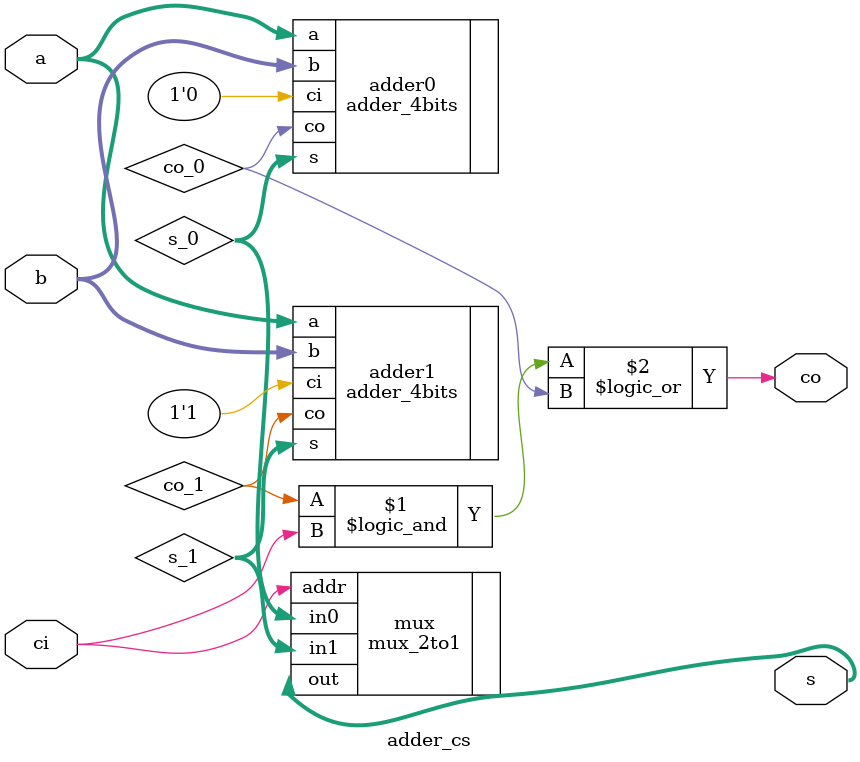
<source format=v>
`timescale 1ns / 1ps
module adder_cs(a, b, ci, s, co);
  input [3:0] a, b;
  input ci;
  output [3:0] s;
  output co;
  wire [3:0] s_1, s_0;
  wire co_1, co_0;
  
  adder_4bits adder1(.a(a), .b(b), .ci(1'b1), .s(s_1), .co(co_1));
  adder_4bits adder0(.a(a), .b(b), .ci(1'b0), .s(s_0), .co(co_0));
  mux_2to1 mux(.out(s), .in0(s_0), .in1(s_1), .addr(ci));
  
  assign co = (co_1 && ci) || co_0;
  
endmodule
</source>
